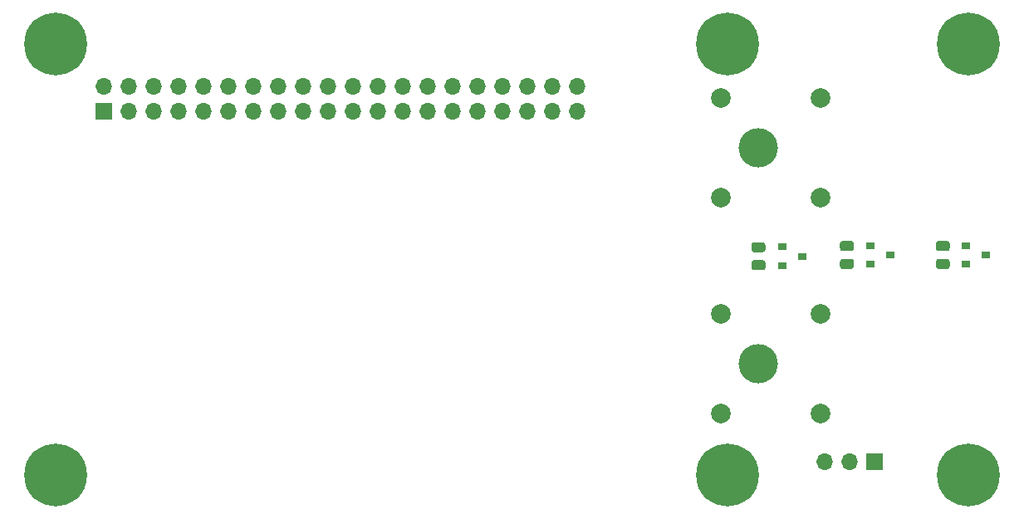
<source format=gts>
G04 #@! TF.GenerationSoftware,KiCad,Pcbnew,5.1.9+dfsg1-1~bpo10+1*
G04 #@! TF.CreationDate,2022-03-28T22:50:56+02:00*
G04 #@! TF.ProjectId,serial-wio,73657269-616c-42d7-9769-6f2e6b696361,rev?*
G04 #@! TF.SameCoordinates,Original*
G04 #@! TF.FileFunction,Soldermask,Top*
G04 #@! TF.FilePolarity,Negative*
%FSLAX46Y46*%
G04 Gerber Fmt 4.6, Leading zero omitted, Abs format (unit mm)*
G04 Created by KiCad (PCBNEW 5.1.9+dfsg1-1~bpo10+1) date 2022-03-28 22:50:56*
%MOMM*%
%LPD*%
G01*
G04 APERTURE LIST*
%ADD10R,0.900000X0.800000*%
%ADD11C,0.800000*%
%ADD12C,6.400000*%
%ADD13C,2.000000*%
%ADD14C,4.000000*%
%ADD15O,1.700000X1.700000*%
%ADD16R,1.700000X1.700000*%
G04 APERTURE END LIST*
G36*
G01*
X163633999Y-82823000D02*
X164534001Y-82823000D01*
G75*
G02*
X164784000Y-83072999I0J-249999D01*
G01*
X164784000Y-83598001D01*
G75*
G02*
X164534001Y-83848000I-249999J0D01*
G01*
X163633999Y-83848000D01*
G75*
G02*
X163384000Y-83598001I0J249999D01*
G01*
X163384000Y-83072999D01*
G75*
G02*
X163633999Y-82823000I249999J0D01*
G01*
G37*
G36*
G01*
X163633999Y-80998000D02*
X164534001Y-80998000D01*
G75*
G02*
X164784000Y-81247999I0J-249999D01*
G01*
X164784000Y-81773001D01*
G75*
G02*
X164534001Y-82023000I-249999J0D01*
G01*
X163633999Y-82023000D01*
G75*
G02*
X163384000Y-81773001I0J249999D01*
G01*
X163384000Y-81247999D01*
G75*
G02*
X163633999Y-80998000I249999J0D01*
G01*
G37*
G36*
G01*
X173412999Y-82823000D02*
X174313001Y-82823000D01*
G75*
G02*
X174563000Y-83072999I0J-249999D01*
G01*
X174563000Y-83598001D01*
G75*
G02*
X174313001Y-83848000I-249999J0D01*
G01*
X173412999Y-83848000D01*
G75*
G02*
X173163000Y-83598001I0J249999D01*
G01*
X173163000Y-83072999D01*
G75*
G02*
X173412999Y-82823000I249999J0D01*
G01*
G37*
G36*
G01*
X173412999Y-80998000D02*
X174313001Y-80998000D01*
G75*
G02*
X174563000Y-81247999I0J-249999D01*
G01*
X174563000Y-81773001D01*
G75*
G02*
X174313001Y-82023000I-249999J0D01*
G01*
X173412999Y-82023000D01*
G75*
G02*
X173163000Y-81773001I0J249999D01*
G01*
X173163000Y-81247999D01*
G75*
G02*
X173412999Y-80998000I249999J0D01*
G01*
G37*
G36*
G01*
X154616999Y-82950000D02*
X155517001Y-82950000D01*
G75*
G02*
X155767000Y-83199999I0J-249999D01*
G01*
X155767000Y-83725001D01*
G75*
G02*
X155517001Y-83975000I-249999J0D01*
G01*
X154616999Y-83975000D01*
G75*
G02*
X154367000Y-83725001I0J249999D01*
G01*
X154367000Y-83199999D01*
G75*
G02*
X154616999Y-82950000I249999J0D01*
G01*
G37*
G36*
G01*
X154616999Y-81125000D02*
X155517001Y-81125000D01*
G75*
G02*
X155767000Y-81374999I0J-249999D01*
G01*
X155767000Y-81900001D01*
G75*
G02*
X155517001Y-82150000I-249999J0D01*
G01*
X154616999Y-82150000D01*
G75*
G02*
X154367000Y-81900001I0J249999D01*
G01*
X154367000Y-81374999D01*
G75*
G02*
X154616999Y-81125000I249999J0D01*
G01*
G37*
D10*
X168513000Y-82423000D03*
X166513000Y-83373000D03*
X166513000Y-81473000D03*
X178234000Y-82423000D03*
X176234000Y-83373000D03*
X176234000Y-81473000D03*
D11*
X178127056Y-103182944D03*
X176430000Y-102480000D03*
X174732944Y-103182944D03*
X174030000Y-104880000D03*
X174732944Y-106577056D03*
X176430000Y-107280000D03*
X178127056Y-106577056D03*
X178830000Y-104880000D03*
D12*
X176430000Y-104880000D03*
D11*
X153627056Y-103182944D03*
X151930000Y-102480000D03*
X150232944Y-103182944D03*
X149530000Y-104880000D03*
X150232944Y-106577056D03*
X151930000Y-107280000D03*
X153627056Y-106577056D03*
X154330000Y-104880000D03*
D12*
X151930000Y-104880000D03*
D11*
X85127056Y-103182944D03*
X83430000Y-102480000D03*
X81732944Y-103182944D03*
X81030000Y-104880000D03*
X81732944Y-106577056D03*
X83430000Y-107280000D03*
X85127056Y-106577056D03*
X85830000Y-104880000D03*
D12*
X83430000Y-104880000D03*
D11*
X85127056Y-59182944D03*
X83430000Y-58480000D03*
X81732944Y-59182944D03*
X81030000Y-60880000D03*
X81732944Y-62577056D03*
X83430000Y-63280000D03*
X85127056Y-62577056D03*
X85830000Y-60880000D03*
D12*
X83430000Y-60880000D03*
D11*
X153627056Y-59182944D03*
X151930000Y-58480000D03*
X150232944Y-59182944D03*
X149530000Y-60880000D03*
X150232944Y-62577056D03*
X151930000Y-63280000D03*
X153627056Y-62577056D03*
X154330000Y-60880000D03*
D12*
X151930000Y-60880000D03*
D11*
X178127056Y-59182944D03*
X176430000Y-58480000D03*
X174732944Y-59182944D03*
X174030000Y-60880000D03*
X174732944Y-62577056D03*
X176430000Y-63280000D03*
X178127056Y-62577056D03*
X178830000Y-60880000D03*
D12*
X176430000Y-60880000D03*
D13*
X151230000Y-98560000D03*
X151230000Y-88400000D03*
X161390000Y-98560000D03*
X161390000Y-88400000D03*
D14*
X155030000Y-93480000D03*
D13*
X151230000Y-76560000D03*
X151230000Y-66400000D03*
X161390000Y-76560000D03*
X161390000Y-66400000D03*
D14*
X155030000Y-71480000D03*
D10*
X159496000Y-82550000D03*
X157496000Y-83500000D03*
X157496000Y-81600000D03*
D15*
X161850000Y-103480000D03*
X164390000Y-103480000D03*
D16*
X166930000Y-103480000D03*
X88330000Y-67755000D03*
D15*
X88330000Y-65215000D03*
X90870000Y-67755000D03*
X90870000Y-65215000D03*
X93410000Y-67755000D03*
X93410000Y-65215000D03*
X95950000Y-67755000D03*
X95950000Y-65215000D03*
X98490000Y-67755000D03*
X98490000Y-65215000D03*
X101030000Y-67755000D03*
X101030000Y-65215000D03*
X103570000Y-67755000D03*
X103570000Y-65215000D03*
X106110000Y-67755000D03*
X106110000Y-65215000D03*
X108650000Y-67755000D03*
X108650000Y-65215000D03*
X111190000Y-67755000D03*
X111190000Y-65215000D03*
X113730000Y-67755000D03*
X113730000Y-65215000D03*
X116270000Y-67755000D03*
X116270000Y-65215000D03*
X118810000Y-67755000D03*
X118810000Y-65215000D03*
X121350000Y-67755000D03*
X121350000Y-65215000D03*
X123890000Y-67755000D03*
X123890000Y-65215000D03*
X126430000Y-67755000D03*
X126430000Y-65215000D03*
X128970000Y-67755000D03*
X128970000Y-65215000D03*
X131510000Y-67755000D03*
X131510000Y-65215000D03*
X134050000Y-67755000D03*
X134050000Y-65215000D03*
X136590000Y-67755000D03*
X136590000Y-65215000D03*
M02*

</source>
